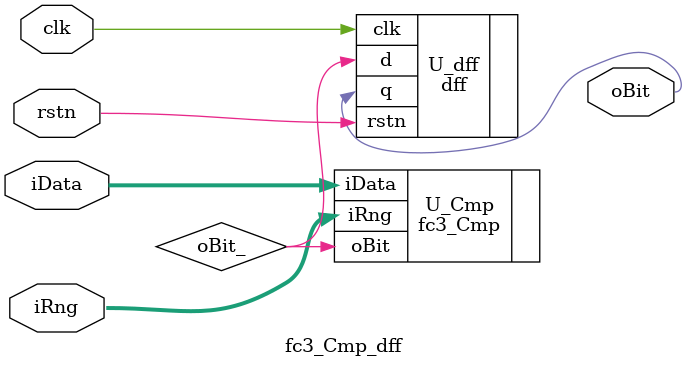
<source format=sv>
`include "fc3_Cmp.sv"
`include "dff.sv"

module fc3_Cmp_dff #(
    parameter IWID = 10
) (
    input logic clk,
    input logic rstn,
    input logic [IWID - 1 : 0] iData,
    input logic [IWID - 1 : 0] iRng,
    output logic oBit
);
    logic oBit_;
    
    fc3_Cmp # (
        .IWID(IWID)
    ) U_Cmp(
        .iData(iData),
        .iRng(iRng),
        .oBit(oBit_)
    );
    dff # (
        .BW(1),
        .WIDTH(1),
        .HEIGHT(1)
    ) U_dff(
        .clk(clk),
        .rstn(rstn),
        .d(oBit_),
        .q(oBit)
    );

endmodule
    
</source>
